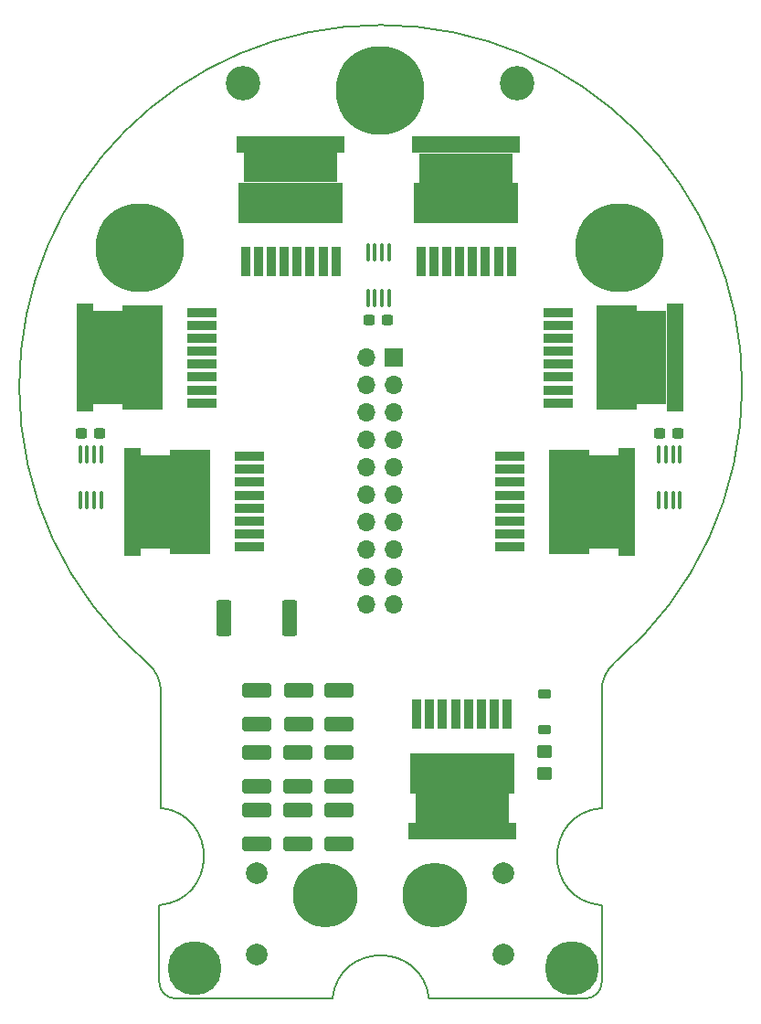
<source format=gbr>
%TF.GenerationSoftware,KiCad,Pcbnew,7.0.1*%
%TF.CreationDate,2023-12-14T23:22:25+03:00*%
%TF.ProjectId,_______ _____,21383b3e-3230-44f2-903f-3b3042302e6b,rev?*%
%TF.SameCoordinates,Original*%
%TF.FileFunction,Soldermask,Top*%
%TF.FilePolarity,Negative*%
%FSLAX46Y46*%
G04 Gerber Fmt 4.6, Leading zero omitted, Abs format (unit mm)*
G04 Created by KiCad (PCBNEW 7.0.1) date 2023-12-14 23:22:25*
%MOMM*%
%LPD*%
G01*
G04 APERTURE LIST*
G04 Aperture macros list*
%AMRoundRect*
0 Rectangle with rounded corners*
0 $1 Rounding radius*
0 $2 $3 $4 $5 $6 $7 $8 $9 X,Y pos of 4 corners*
0 Add a 4 corners polygon primitive as box body*
4,1,4,$2,$3,$4,$5,$6,$7,$8,$9,$2,$3,0*
0 Add four circle primitives for the rounded corners*
1,1,$1+$1,$2,$3*
1,1,$1+$1,$4,$5*
1,1,$1+$1,$6,$7*
1,1,$1+$1,$8,$9*
0 Add four rect primitives between the rounded corners*
20,1,$1+$1,$2,$3,$4,$5,0*
20,1,$1+$1,$4,$5,$6,$7,0*
20,1,$1+$1,$6,$7,$8,$9,0*
20,1,$1+$1,$8,$9,$2,$3,0*%
G04 Aperture macros list end*
%ADD10RoundRect,0.250000X1.100000X-0.412500X1.100000X0.412500X-1.100000X0.412500X-1.100000X-0.412500X0*%
%ADD11C,8.200000*%
%ADD12R,2.800000X0.900000*%
%ADD13R,1.550000X10.100000*%
%ADD14R,2.750000X8.700000*%
%ADD15R,3.700000X9.700000*%
%ADD16RoundRect,0.237500X-0.300000X-0.237500X0.300000X-0.237500X0.300000X0.237500X-0.300000X0.237500X0*%
%ADD17C,6.000000*%
%ADD18R,0.900000X2.800000*%
%ADD19R,10.100000X1.550000*%
%ADD20R,8.700000X2.750000*%
%ADD21R,9.700000X3.700000*%
%ADD22RoundRect,0.100000X0.100000X-0.712500X0.100000X0.712500X-0.100000X0.712500X-0.100000X-0.712500X0*%
%ADD23R,1.700000X1.700000*%
%ADD24O,1.700000X1.700000*%
%ADD25C,2.000000*%
%ADD26RoundRect,0.100000X-0.100000X0.712500X-0.100000X-0.712500X0.100000X-0.712500X0.100000X0.712500X0*%
%ADD27RoundRect,0.250000X-1.100000X0.412500X-1.100000X-0.412500X1.100000X-0.412500X1.100000X0.412500X0*%
%ADD28RoundRect,0.249999X-0.450001X-1.425001X0.450001X-1.425001X0.450001X1.425001X-0.450001X1.425001X0*%
%ADD29C,3.200000*%
%ADD30C,5.000000*%
%ADD31RoundRect,0.225000X0.375000X-0.225000X0.375000X0.225000X-0.375000X0.225000X-0.375000X-0.225000X0*%
%ADD32RoundRect,0.250000X-0.450000X0.350000X-0.450000X-0.350000X0.450000X-0.350000X0.450000X0.350000X0*%
%TA.AperFunction,Profile*%
%ADD33C,0.200000*%
%TD*%
G04 APERTURE END LIST*
D10*
%TO.C,C12*%
X141977000Y-96690500D03*
X141977000Y-93565500D03*
%TD*%
D11*
%TO.C,J7*%
X123562000Y-52583000D03*
%TD*%
%TO.C,J5*%
X168012000Y-52583000D03*
%TD*%
D10*
%TO.C,C13*%
X141977000Y-107778000D03*
X141977000Y-104653000D03*
%TD*%
D12*
%TO.C,Q7*%
X129272000Y-66943000D03*
X129272000Y-65743000D03*
X129272000Y-64543000D03*
X129272000Y-63343000D03*
X129272000Y-62143000D03*
X129272000Y-60943000D03*
X129272000Y-59743000D03*
X129272000Y-58543000D03*
D13*
X118422000Y-62743000D03*
D14*
X120572000Y-62743000D03*
D15*
X123797000Y-62743000D03*
%TD*%
D16*
%TO.C,C47*%
X144797500Y-59267500D03*
X146522500Y-59267500D03*
%TD*%
D10*
%TO.C,C10*%
X138167000Y-107778000D03*
X138167000Y-104653000D03*
%TD*%
D17*
%TO.C,J3*%
X140707000Y-112543000D03*
%TD*%
D18*
%TO.C,Q1*%
X157607000Y-95768000D03*
X156407000Y-95768000D03*
X155207000Y-95768000D03*
X154007000Y-95768000D03*
X152807000Y-95768000D03*
X151607000Y-95768000D03*
X150407000Y-95768000D03*
X149207000Y-95768000D03*
D19*
X153407000Y-106618000D03*
D20*
X153407000Y-104468000D03*
D21*
X153407000Y-101243000D03*
%TD*%
D22*
%TO.C,D2*%
X171650000Y-75904500D03*
X172300000Y-75904500D03*
X172950000Y-75904500D03*
X173600000Y-75904500D03*
X173600000Y-71679500D03*
X172950000Y-71679500D03*
X172300000Y-71679500D03*
X171650000Y-71679500D03*
%TD*%
D10*
%TO.C,C35*%
X134357000Y-96690500D03*
X134357000Y-93565500D03*
%TD*%
D23*
%TO.C,J4*%
X147057000Y-62743000D03*
D24*
X144517000Y-62743000D03*
X147057000Y-65283000D03*
X144517000Y-65283000D03*
X147057000Y-67823000D03*
X144517000Y-67823000D03*
X147057000Y-70363000D03*
X144517000Y-70363000D03*
X147057000Y-72903000D03*
X144517000Y-72903000D03*
X147057000Y-75443000D03*
X144517000Y-75443000D03*
X147057000Y-77983000D03*
X144517000Y-77983000D03*
X147057000Y-80523000D03*
X144517000Y-80523000D03*
X147057000Y-83063000D03*
X144517000Y-83063000D03*
X147057000Y-85603000D03*
X144517000Y-85603000D03*
%TD*%
D11*
%TO.C,J6*%
X145787000Y-37978000D03*
%TD*%
D12*
%TO.C,Q6*%
X133717000Y-80278000D03*
X133717000Y-79078000D03*
X133717000Y-77878000D03*
X133717000Y-76678000D03*
X133717000Y-75478000D03*
X133717000Y-74278000D03*
X133717000Y-73078000D03*
X133717000Y-71878000D03*
D13*
X122867000Y-76078000D03*
D14*
X125017000Y-76078000D03*
D15*
X128242000Y-76078000D03*
%TD*%
D25*
%TO.C,C7*%
X157217000Y-117998000D03*
X157217000Y-110498000D03*
%TD*%
D26*
%TO.C,D3*%
X146635000Y-53010500D03*
X145985000Y-53010500D03*
X145335000Y-53010500D03*
X144685000Y-53010500D03*
X144685000Y-57235500D03*
X145335000Y-57235500D03*
X145985000Y-57235500D03*
X146635000Y-57235500D03*
%TD*%
D27*
%TO.C,C21*%
X138167000Y-99280500D03*
X138167000Y-102405500D03*
%TD*%
D16*
%TO.C,C48*%
X118127500Y-69728000D03*
X119852500Y-69728000D03*
%TD*%
D17*
%TO.C,J2*%
X150867000Y-112543000D03*
%TD*%
D10*
%TO.C,C39*%
X134357000Y-107778000D03*
X134357000Y-104653000D03*
%TD*%
D28*
%TO.C,R1*%
X131307000Y-86873000D03*
X137407000Y-86873000D03*
%TD*%
D29*
%TO.C,H1*%
X158487000Y-37343000D03*
%TD*%
D18*
%TO.C,Q5*%
X133332000Y-53848000D03*
X134532000Y-53848000D03*
X135732000Y-53848000D03*
X136932000Y-53848000D03*
X138132000Y-53848000D03*
X139332000Y-53848000D03*
X140532000Y-53848000D03*
X141732000Y-53848000D03*
D19*
X137532000Y-42998000D03*
D20*
X137532000Y-45148000D03*
D21*
X137532000Y-48373000D03*
%TD*%
D30*
%TO.C,H3*%
X128642000Y-119258000D03*
%TD*%
D12*
%TO.C,Q3*%
X162297000Y-58543000D03*
X162297000Y-59743000D03*
X162297000Y-60943000D03*
X162297000Y-62143000D03*
X162297000Y-63343000D03*
X162297000Y-64543000D03*
X162297000Y-65743000D03*
X162297000Y-66943000D03*
D13*
X173147000Y-62743000D03*
D14*
X170997000Y-62743000D03*
D15*
X167772000Y-62743000D03*
%TD*%
D31*
%TO.C,D1*%
X161027000Y-97158000D03*
X161027000Y-93858000D03*
%TD*%
D27*
%TO.C,C45*%
X141977000Y-99280500D03*
X141977000Y-102405500D03*
%TD*%
D25*
%TO.C,C8*%
X134357000Y-110498000D03*
X134357000Y-117998000D03*
%TD*%
D27*
%TO.C,C20*%
X134357000Y-99280500D03*
X134357000Y-102405500D03*
%TD*%
D16*
%TO.C,C46*%
X171721500Y-69728000D03*
X173446500Y-69728000D03*
%TD*%
D32*
%TO.C,R2*%
X161027000Y-99208000D03*
X161027000Y-101208000D03*
%TD*%
D18*
%TO.C,Q4*%
X149588000Y-53867000D03*
X150788000Y-53867000D03*
X151988000Y-53867000D03*
X153188000Y-53867000D03*
X154388000Y-53867000D03*
X155588000Y-53867000D03*
X156788000Y-53867000D03*
X157988000Y-53867000D03*
D19*
X153788000Y-43017000D03*
D20*
X153788000Y-45167000D03*
D21*
X153788000Y-48392000D03*
%TD*%
D29*
%TO.C,H2*%
X133087000Y-37343000D03*
%TD*%
D12*
%TO.C,Q2*%
X157857000Y-71878000D03*
X157857000Y-73078000D03*
X157857000Y-74278000D03*
X157857000Y-75478000D03*
X157857000Y-76678000D03*
X157857000Y-77878000D03*
X157857000Y-79078000D03*
X157857000Y-80278000D03*
D13*
X168707000Y-76078000D03*
D14*
X166557000Y-76078000D03*
D15*
X163332000Y-76078000D03*
%TD*%
D30*
%TO.C,H4*%
X163567000Y-119258000D03*
%TD*%
D10*
%TO.C,C1*%
X138294000Y-96690500D03*
X138294000Y-93565500D03*
%TD*%
D22*
%TO.C,D4*%
X118015000Y-75904500D03*
X118665000Y-75904500D03*
X119315000Y-75904500D03*
X119965000Y-75904500D03*
X119965000Y-71679500D03*
X119315000Y-71679500D03*
X118665000Y-71679500D03*
X118015000Y-71679500D03*
%TD*%
D33*
X126847517Y-122086374D02*
X141398465Y-122083355D01*
X150342190Y-122084556D02*
G75*
G03*
X141398465Y-122083355I-4471930J-501814D01*
G01*
X166347072Y-104451099D02*
G75*
G03*
X166347073Y-113449221I389848J-4499061D01*
G01*
X164847517Y-122086517D02*
G75*
G03*
X166347517Y-120586503I-17J1500017D01*
G01*
X166347073Y-113449222D02*
X166347517Y-120586503D01*
X167579138Y-90948252D02*
G75*
G03*
X179370262Y-65434046I-21708888J25514212D01*
G01*
X125509571Y-93716347D02*
G75*
G03*
X124267370Y-91038052I-3504871J1647D01*
G01*
X125347517Y-120586374D02*
X125347517Y-113433715D01*
X125347517Y-113433715D02*
G75*
G03*
X125509619Y-104435721I-384537J4507385D01*
G01*
X125347526Y-120586374D02*
G75*
G03*
X126847517Y-122086374I1499974J-26D01*
G01*
X167579165Y-90948283D02*
G75*
G03*
X166347073Y-93614254I2268335J-2666017D01*
G01*
X166347073Y-93614254D02*
X166347073Y-104451107D01*
X125509619Y-93716347D02*
X125509619Y-104435720D01*
X112370266Y-65434046D02*
G75*
G03*
X124267371Y-91038050I33499954J-24D01*
G01*
X179370262Y-65434046D02*
G75*
G03*
X112370262Y-65434046I-33500000J0D01*
G01*
X150342194Y-122084556D02*
X164847517Y-122086503D01*
M02*

</source>
